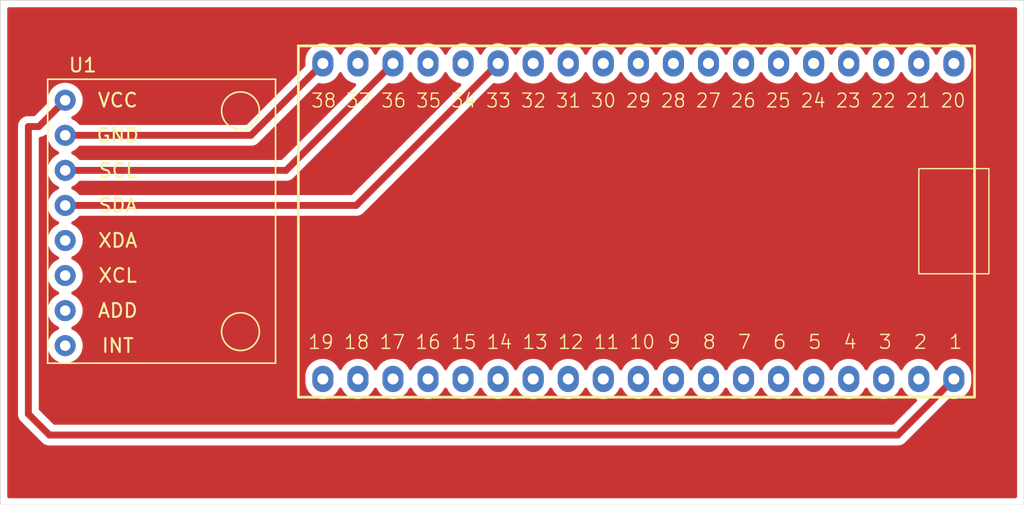
<source format=kicad_pcb>
(kicad_pcb (version 20241229) (generator "pcbnew") (generator_version "9.0")
  (layers (0 "F.Cu" signal) (2 "B.Cu" signal) (13 "F.Paste" user) (15 "B.Paste" user) (5 "F.SilkS" user "F.Silkscreen") (7 "B.SilkS" user "B.Silkscreen") (1 "F.Mask" user) (3 "B.Mask" user) (25 "Edge.Cuts" user))
  (net 0 "")
  (net 3 "Net-(U1-GND)")
  (net 24 "Net-(U1-SCL)")
  (net 29 "Net-(U1-SDA)")
  (net 38 "Net-(U1-VCC)")
  (footprint "usini_sensors:module_mpu6050" (layer "F.Cu") (at 86.995 83.947)
    (property "Reference" "U1" (at 1.27 -20.32 0) (layer "F.SilkS"))
    (property "Value" "MPU-6050")
    (fp_line (start -1.27 -19.304) (end 15.24 -19.304) (stroke (width 0.12)) (layer "F.SilkS"))
    (fp_line (start -1.27 1.27) (end -1.27 -19.304) (stroke (width 0.12)) (layer "F.SilkS"))
    (fp_line (start 15.24 -19.304) (end 15.24 1.27) (stroke (width 0.12)) (layer "F.SilkS"))
    (fp_line (start 15.24 1.27) (end -1.27 1.27) (stroke (width 0.12)) (layer "F.SilkS"))
    (fp_circle (center 12.7 -17.018) (end 13.208 -15.748) (stroke (width 0.12)) (fill no) (layer "F.SilkS"))
    (fp_circle (center 12.7 -1.016) (end 13.208 0.254) (stroke (width 0.12)) (fill no) (layer "F.SilkS"))
    (fp_text user "SDA" (at 3.81 -10.16 0) (layer "F.SilkS"))
    (fp_text user "GND" (at 3.81 -15.24 0) (layer "F.SilkS"))
    (fp_text user "SCL" (at 3.81 -12.7 0) (layer "F.SilkS"))
    (fp_text user "ADD" (at 3.81 -2.54 0) (layer "F.SilkS"))
    (fp_text user "XDA" (at 3.81 -7.62 0) (layer "F.SilkS"))
    (fp_text user "VCC" (at 3.81 -17.78 0) (layer "F.SilkS"))
    (fp_text user "XCL" (at 3.81 -5.08 0) (layer "F.SilkS"))
    (fp_text user "INT" (at 3.81 0 0) (layer "F.SilkS"))
    (pad "1" thru_hole circle (at 0 -17.78) (size 1.524 1.524) (drill 0.762) (layers "*.Cu" "*.Mask") (net 38 "Net-(U1-VCC)"))
    (pad "2" thru_hole circle (at 0 -15.24) (size 1.524 1.524) (drill 0.762) (layers "*.Cu" "*.Mask") (net 3 "Net-(U1-GND)"))
    (pad "3" thru_hole circle (at 0 -12.7) (size 1.524 1.524) (drill 0.762) (layers "*.Cu" "*.Mask") (net 24 "Net-(U1-SCL)"))
    (pad "4" thru_hole circle (at 0 -10.16) (size 1.524 1.524) (drill 0.762) (layers "*.Cu" "*.Mask") (net 29 "Net-(U1-SDA)"))
    (pad "5" thru_hole circle (at 0 -7.62) (size 1.524 1.524) (drill 0.762) (layers "*.Cu" "*.Mask"))
    (pad "6" thru_hole circle (at 0 -5.08) (size 1.524 1.524) (drill 0.762) (layers "*.Cu" "*.Mask"))
    (pad "7" thru_hole circle (at 0 -2.54) (size 1.524 1.524) (drill 0.762) (layers "*.Cu" "*.Mask"))
    (pad "8" thru_hole circle (at 0 0) (size 1.524 1.524) (drill 0.762) (layers "*.Cu" "*.Mask"))
  )
  (footprint "ESP32_Footprints:ESP32_38pin" (layer "F.Cu") (at 128.524 74.93)
    (property "Reference" "U2" (hide yes))
    (property "Value" "ESP32-DevKitC")
    (fp_rect (start -24.635115 -12.7) (end 24.356187 12.751297) (stroke (width 0.2)) (fill no) (layer "F.SilkS"))
    (fp_rect (start 20.32 -3.81) (end 25.4 3.81) (stroke (width 0.1)) (fill no) (layer "F.SilkS"))
    (fp_text user "19 18 17 16 15 14 13 12 11 10" (at -23.986738 9.343109 0) (layer "F.SilkS") (effects (font (size 1 0.97) (thickness 0.1)) (justify left bottom)))
    (fp_text user "  9  8  7  6  5  4  3  2  1" (at 0.457924 9.331599 0) (layer "F.SilkS") (effects (font (size 1 1.03) (thickness 0.1)) (justify left bottom)))
    (fp_text user "38 37 36 35 34 33 32 31 30 29 28 27 26 25 24 23 22 21 20" (at -23.767942 -8.154289 0) (layer "F.SilkS") (effects (font (size 1 0.95) (thickness 0.1)) (justify left bottom)))
    (pad "1" thru_hole oval (at 22.86 11.43) (size 1.524 1.9) (drill 0.8) (layers "*.Cu" "*.Mask") (net 38 "Net-(U1-VCC)"))
    (pad "2" thru_hole oval (at 20.32 11.43) (size 1.524 1.9) (drill 0.8) (layers "*.Cu" "*.Mask"))
    (pad "3" thru_hole oval (at 17.78 11.43) (size 1.524 1.9) (drill 0.8) (layers "*.Cu" "*.Mask"))
    (pad "4" thru_hole oval (at 15.24 11.43) (size 1.524 1.9) (drill 0.8) (layers "*.Cu" "*.Mask"))
    (pad "5" thru_hole oval (at 12.7 11.43) (size 1.524 1.9) (drill 0.8) (layers "*.Cu" "*.Mask"))
    (pad "6" thru_hole oval (at 10.16 11.43) (size 1.524 1.9) (drill 0.8) (layers "*.Cu" "*.Mask"))
    (pad "7" thru_hole oval (at 7.62 11.43) (size 1.524 1.9) (drill 0.8) (layers "*.Cu" "*.Mask"))
    (pad "8" thru_hole oval (at 5.08 11.43) (size 1.524 1.9) (drill 0.8) (layers "*.Cu" "*.Mask"))
    (pad "9" thru_hole oval (at 2.54 11.43) (size 1.524 1.9) (drill 0.8) (layers "*.Cu" "*.Mask"))
    (pad "10" thru_hole oval (at 0 11.43) (size 1.524 1.9) (drill 0.8) (layers "*.Cu" "*.Mask"))
    (pad "11" thru_hole oval (at -2.54 11.43) (size 1.524 1.9) (drill 0.8) (layers "*.Cu" "*.Mask"))
    (pad "12" thru_hole oval (at -5.08 11.43) (size 1.524 1.9) (drill 0.8) (layers "*.Cu" "*.Mask"))
    (pad "13" thru_hole oval (at -7.62 11.43) (size 1.524 1.9) (drill 0.8) (layers "*.Cu" "*.Mask"))
    (pad "14" thru_hole oval (at -10.16 11.43) (size 1.524 1.9) (drill 0.8) (layers "*.Cu" "*.Mask") (net 3 "Net-(U1-GND)"))
    (pad "15" thru_hole oval (at -12.7 11.43) (size 1.524 1.9) (drill 0.8) (layers "*.Cu" "*.Mask"))
    (pad "16" thru_hole oval (at -15.24 11.43) (size 1.524 1.9) (drill 0.8) (layers "*.Cu" "*.Mask"))
    (pad "17" thru_hole oval (at -17.78 11.43) (size 1.524 1.9) (drill 0.8) (layers "*.Cu" "*.Mask"))
    (pad "18" thru_hole oval (at -20.32 11.43) (size 1.524 1.9) (drill 0.8) (layers "*.Cu" "*.Mask"))
    (pad "19" thru_hole oval (at -22.86 11.43) (size 1.524 1.9) (drill 0.8) (layers "*.Cu" "*.Mask"))
    (pad "20" thru_hole oval (at 22.86 -11.43) (size 1.524 1.9) (drill 0.8) (layers "*.Cu" "*.Mask"))
    (pad "21" thru_hole oval (at 20.32 -11.43) (size 1.524 1.9) (drill 0.8) (layers "*.Cu" "*.Mask"))
    (pad "22" thru_hole oval (at 17.78 -11.43) (size 1.524 1.9) (drill 0.8) (layers "*.Cu" "*.Mask"))
    (pad "23" thru_hole oval (at 15.24 -11.43) (size 1.524 1.9) (drill 0.8) (layers "*.Cu" "*.Mask"))
    (pad "24" thru_hole oval (at 12.7 -11.43) (size 1.524 1.9) (drill 0.8) (layers "*.Cu" "*.Mask"))
    (pad "25" thru_hole oval (at 10.16 -11.43) (size 1.524 1.9) (drill 0.8) (layers "*.Cu" "*.Mask"))
    (pad "26" thru_hole oval (at 7.62 -11.43) (size 1.524 1.9) (drill 0.8) (layers "*.Cu" "*.Mask"))
    (pad "27" thru_hole oval (at 5.08 -11.43) (size 1.524 1.9) (drill 0.8) (layers "*.Cu" "*.Mask"))
    (pad "28" thru_hole oval (at 2.54 -11.43) (size 1.524 1.9) (drill 0.8) (layers "*.Cu" "*.Mask"))
    (pad "29" thru_hole oval (at 0 -11.43) (size 1.524 1.9) (drill 0.8) (layers "*.Cu" "*.Mask"))
    (pad "30" thru_hole oval (at -2.54 -11.43) (size 1.524 1.9) (drill 0.8) (layers "*.Cu" "*.Mask"))
    (pad "31" thru_hole oval (at -5.08 -11.43) (size 1.524 1.9) (drill 0.8) (layers "*.Cu" "*.Mask"))
    (pad "32" thru_hole oval (at -7.62 -11.43) (size 1.524 1.9) (drill 0.8) (layers "*.Cu" "*.Mask") (net 3 "Net-(U1-GND)"))
    (pad "33" thru_hole oval (at -10.16 -11.43) (size 1.524 1.9) (drill 0.8) (layers "*.Cu" "*.Mask") (net 29 "Net-(U1-SDA)"))
    (pad "34" thru_hole oval (at -12.7 -11.43) (size 1.524 1.9) (drill 0.8) (layers "*.Cu" "*.Mask"))
    (pad "35" thru_hole oval (at -15.24 -11.43) (size 1.524 1.9) (drill 0.8) (layers "*.Cu" "*.Mask"))
    (pad "36" thru_hole oval (at -17.78 -11.43) (size 1.524 1.9) (drill 0.8) (layers "*.Cu" "*.Mask") (net 24 "Net-(U1-SCL)"))
    (pad "37" thru_hole oval (at -20.32 -11.43) (size 1.524 1.9) (drill 0.8) (layers "*.Cu" "*.Mask"))
    (pad "38" thru_hole oval (at -22.86 -11.43) (size 1.524 1.9) (drill 0.8) (layers "*.Cu" "*.Mask") (net 3 "Net-(U1-GND)"))
  )
  (gr_rect (start 82.296 58.928) (end 156.464 95.504) (stroke (width 0.05)) (fill no) (layer "Edge.Cuts"))
  (segment (start 100.457 68.707) (end 105.664 63.5) (width 0.5) (layer "F.Cu") (net 3))
  (segment (start 86.995 68.707) (end 100.457 68.707) (width 0.5) (layer "F.Cu") (net 3))
  (segment (start 86.995 71.247) (end 102.997 71.247) (width 0.5) (layer "F.Cu") (net 24))
  (segment (start 102.997 71.247) (end 110.744 63.5) (width 0.5) (layer "F.Cu") (net 24))
  (segment (start 86.995 73.787) (end 108.077 73.787) (width 0.5) (layer "F.Cu") (net 29))
  (segment (start 108.077 73.787) (end 118.364 63.5) (width 0.5) (layer "F.Cu") (net 29))
  (segment (start 147.32 90.424) (end 151.384 86.36) (width 0.5) (layer "F.Cu") (net 38))
  (segment (start 84.328 88.9) (end 85.852 90.424) (width 0.5) (layer "F.Cu") (net 38))
  (segment (start 86.995 66.167) (end 85.09 68.072) (width 0.5) (layer "F.Cu") (net 38))
  (segment (start 85.852 90.424) (end 147.32 90.424) (width 0.5) (layer "F.Cu") (net 38))
  (segment (start 84.328 68.072) (end 84.328 88.9) (width 0.5) (layer "F.Cu") (net 38))
  (segment (start 85.09 68.072) (end 84.328 68.072) (width 0.5) (layer "F.Cu") (net 38))
  (zone (net 0) (net_name "") (layer "F.Cu") (connect_pads (clearance 0.5)) (min_thickness 0.25) (fill yes (thermal_gap 0.5) (thermal_bridge_width 0.5) (island_removal_mode 1) (island_area_min 10))
    (polygon (pts (xy 82.296 58.928) (xy 156.464 58.928) (xy 156.464 95.504) (xy 82.296 95.504)))
  )
)
</source>
